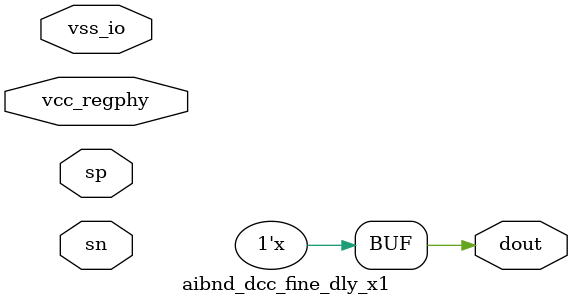
<source format=v>


module aibnd_dcc_fine_dly_x1 ( sp,sn , dout, vcc_regphy, vss_io );

  input sp,sn;
  output dout;
  input vss_io;
  input vcc_regphy;


  assign dout = 1'bz ;

endmodule



</source>
